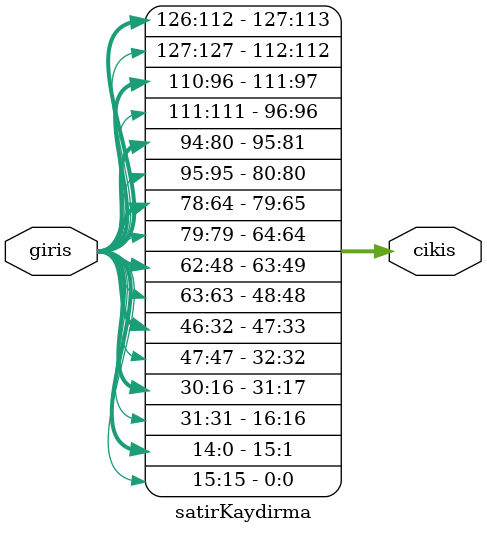
<source format=v>
`timescale 1ns / 1ps
 
module satirKaydirma(
    input[127:0] giris,
    output [127:0] cikis
    
    );//8x16 maris duzenine gore bolunmustur 
     assign cikis={ giris[126:112],giris[127],giris [110:96],giris[111],giris[94:80],giris[95],giris[78:64],giris[79],giris[62:48],giris[63],giris [46:32],giris[47],giris[30:16],giris[31],giris[14:0],giris[15] };
   
    
endmodule


</source>
